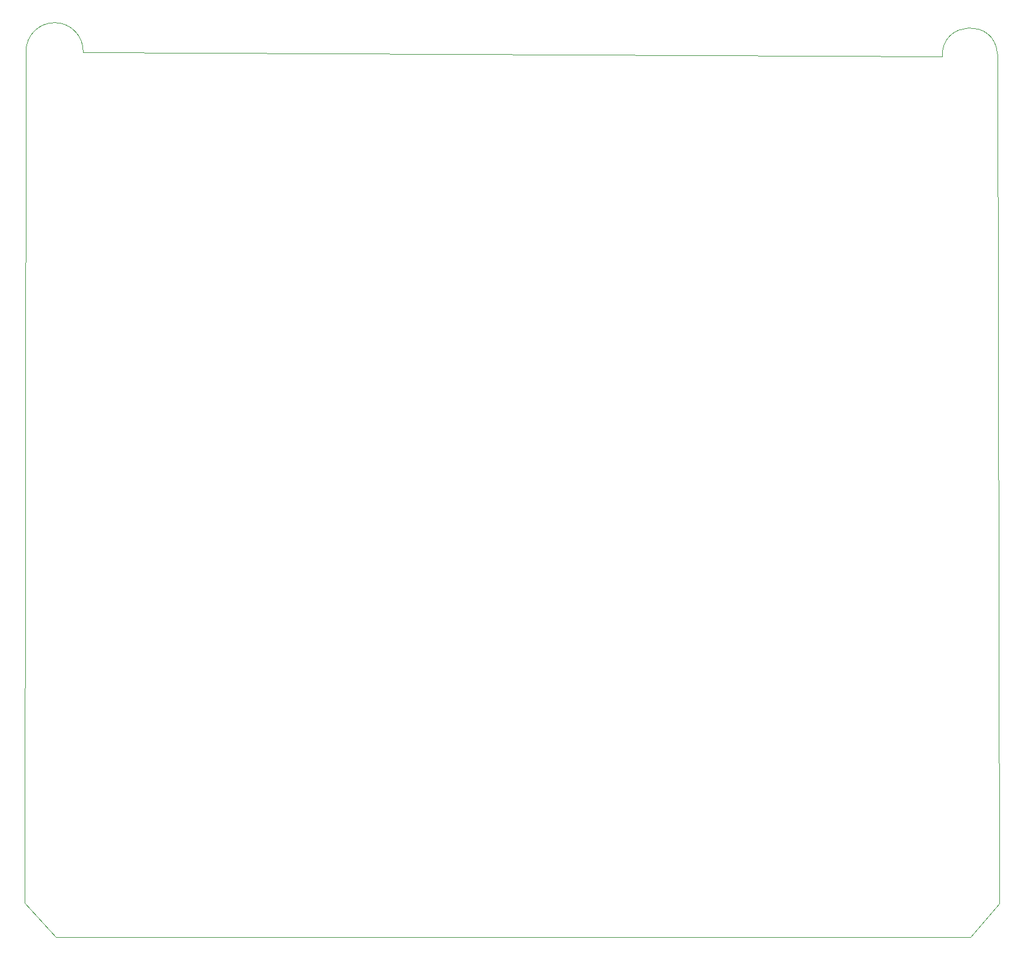
<source format=gbr>
%TF.GenerationSoftware,KiCad,Pcbnew,7.0.11*%
%TF.CreationDate,2024-07-12T13:59:46+01:00*%
%TF.ProjectId,3 mode bottle filling machine,33206d6f-6465-4206-926f-74746c652066,v1*%
%TF.SameCoordinates,Original*%
%TF.FileFunction,Profile,NP*%
%FSLAX46Y46*%
G04 Gerber Fmt 4.6, Leading zero omitted, Abs format (unit mm)*
G04 Created by KiCad (PCBNEW 7.0.11) date 2024-07-12 13:59:46*
%MOMM*%
%LPD*%
G01*
G04 APERTURE LIST*
%TA.AperFunction,Profile*%
%ADD10C,0.050000*%
%TD*%
G04 APERTURE END LIST*
D10*
X69748194Y-28620545D02*
G75*
G03*
X61700000Y-28500000I-4023194J120545D01*
G01*
X190646770Y-29259927D02*
X69748194Y-28620545D01*
X65925000Y-153250000D02*
X61500000Y-148425000D01*
X194625000Y-153250000D02*
X198700000Y-148500000D01*
X61500000Y-148425000D02*
X61700000Y-28500000D01*
X198400000Y-28875000D02*
X198700000Y-148500000D01*
X65925000Y-153250000D02*
X194625000Y-153250000D01*
X198399999Y-28875000D02*
G75*
G03*
X190646770Y-29259927I-3874999J-225000D01*
G01*
M02*

</source>
